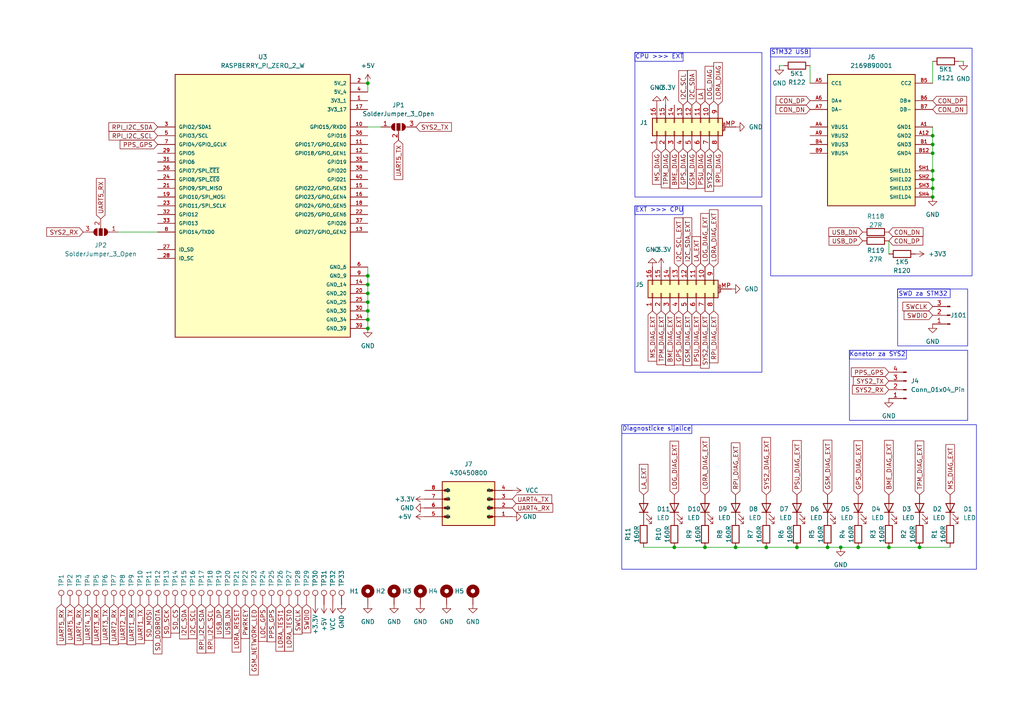
<source format=kicad_sch>
(kicad_sch (version 20250114) (generator "eeschema") (generator_version "9.0")
  (paper "A4")
  (title_block (title "ELEKvadar 2 - Sistem 1") (date "2025-05-30") (rev "0.0.1") (company "Seminar Elektronike u Istazivackoj stanici Petnica"))
  (rectangle (start 184.15 59.69) (end 220.98 107.95))
  (rectangle (start 184.15 15.24) (end 198.12 17.78))
  (rectangle (start 180.34 123.19) (end 200.66 125.73))
  (rectangle (start 260.35 83.82) (end 280.67 100.33))
  (rectangle (start 223.52 13.97) (end 281.94 80.01))
  (rectangle (start 223.52 13.97) (end 234.95 16.51))
  (rectangle (start 184.15 59.69) (end 198.12 62.23))
  (rectangle (start 180.34 123.19) (end 283.21 165.1))
  (rectangle (start 246.38 101.6) (end 262.89 104.14))
  (rectangle (start 246.38 101.6) (end 280.67 121.92))
  (rectangle (start 184.15 15.24) (end 220.98 57.15))
  (rectangle (start 260.35 83.82) (end 275.59 86.36))
  (text "SWD za STM32" (at 267.716 85.344 0) (effects (font (size 1.27 1.27))))
  (text "CPU >>> EXT" (at 191.262 16.51 0) (effects (font (size 1.27 1.27))))
  (text "Konetor za SYS2" (at 254.508 102.87 0) (effects (font (size 1.27 1.27))))
  (text "STM32 USB\n" (at 229.108 15.24 0) (effects (font (size 1.27 1.27))))
  (text "EXT >>> CPU" (at 191.262 60.96 0) (effects (font (size 1.27 1.27))))
  (text "Diagnosticke sijalice" (at 190.5 124.46 0) (effects (font (size 1.27 1.27))))
  (junction (at 106.68 92.71))
  (junction (at 204.47 158.75))
  (junction (at 270.51 49.53))
  (junction (at 106.68 90.17))
  (junction (at 222.25 158.75))
  (junction (at 240.03 158.75))
  (junction (at 266.7 158.75))
  (junction (at 106.68 82.55))
  (junction (at 270.51 41.91))
  (junction (at 248.92 158.75))
  (junction (at 195.58 158.75))
  (junction (at 243.84 158.75))
  (junction (at 270.51 52.07))
  (junction (at 270.51 39.37))
  (junction (at 270.51 44.45))
  (junction (at 106.68 24.13))
  (junction (at 106.68 87.63))
  (junction (at 231.14 158.75))
  (junction (at 257.81 158.75))
  (junction (at 106.68 95.25))
  (junction (at 106.68 80.01))
  (junction (at 270.51 57.15))
  (junction (at 213.36 158.75))
  (junction (at 270.51 54.61))
  (junction (at 106.68 85.09))
  (wire (pts (xy 195.58 158.75) (xy 204.47 158.75)))
  (wire (pts (xy 257.81 158.75) (xy 266.7 158.75)))
  (wire (pts (xy 106.68 80.01) (xy 106.68 82.55)))
  (wire (pts (xy 270.51 36.83) (xy 270.51 39.37)))
  (wire (pts (xy 257.81 69.85) (xy 257.81 73.66)))
  (wire (pts (xy 248.92 158.75) (xy 257.81 158.75)))
  (wire (pts (xy 34.29 67.31) (xy 45.72 67.31)))
  (wire (pts (xy 204.47 158.75) (xy 213.36 158.75)))
  (wire (pts (xy 270.51 54.61) (xy 270.51 57.15)))
  (wire (pts (xy 106.68 77.47) (xy 106.68 80.01)))
  (wire (pts (xy 240.03 158.75) (xy 243.84 158.75)))
  (wire (pts (xy 213.36 158.75) (xy 222.25 158.75)))
  (wire (pts (xy 270.51 52.07) (xy 270.51 54.61)))
  (wire (pts (xy 106.68 87.63) (xy 106.68 90.17)))
  (wire (pts (xy 231.14 158.75) (xy 240.03 158.75)))
  (wire (pts (xy 222.25 158.75) (xy 231.14 158.75)))
  (wire (pts (xy 186.69 158.75) (xy 195.58 158.75)))
  (wire (pts (xy 106.68 82.55) (xy 106.68 85.09)))
  (wire (pts (xy 278.13 17.78) (xy 279.4 17.78)))
  (wire (pts (xy 106.68 24.13) (xy 106.68 26.67)))
  (wire (pts (xy 106.68 92.71) (xy 106.68 95.25)))
  (wire (pts (xy 234.95 19.05) (xy 234.95 24.13)))
  (wire (pts (xy 106.68 90.17) (xy 106.68 92.71)))
  (wire (pts (xy 270.51 17.78) (xy 270.51 24.13)))
  (wire (pts (xy 270.51 41.91) (xy 270.51 44.45)))
  (wire (pts (xy 106.68 36.83) (xy 110.49 36.83)))
  (wire (pts (xy 270.51 44.45) (xy 270.51 49.53)))
  (wire (pts (xy 270.51 39.37) (xy 270.51 41.91)))
  (wire (pts (xy 270.51 49.53) (xy 270.51 52.07)))
  (wire (pts (xy 106.68 85.09) (xy 106.68 87.63)))
  (wire (pts (xy 226.06 19.05) (xy 227.33 19.05)))
  (wire (pts (xy 266.7 158.75) (xy 275.59 158.75)))
  (wire (pts (xy 243.84 158.75) (xy 248.92 158.75)))
  (global_label "RPI_I2C_SDA" (shape input) (at 58.42 175.26 270) (property "Intersheetrefs" "${INTERSHEET_REFS}" (effects (hide yes))))
  (global_label "LOC_GPS" (shape input) (at 76.2 175.26 270) (property "Intersheetrefs" "${INTERSHEET_REFS}" (effects (hide yes))))
  (global_label "SWDIO" (shape input) (at 270.51 91.44 180) (property "Intersheetrefs" "${INTERSHEET_REFS}" (effects (hide yes))))
  (global_label "PSU_DIAG_EXT" (shape input) (at 231.14 143.51 90) (property "Intersheetrefs" "${INTERSHEET_REFS}" (effects (hide yes))))
  (global_label "LOG_DIAG_EXT" (shape input) (at 204.47 77.47 90) (property "Intersheetrefs" "${INTERSHEET_REFS}" (effects (hide yes))))
  (global_label "UART4_TX" (shape input) (at 25.4 175.26 270) (property "Intersheetrefs" "${INTERSHEET_REFS}" (effects (hide yes))))
  (global_label "GPS_DIAG_EXT" (shape input) (at 248.92 143.51 90) (property "Intersheetrefs" "${INTERSHEET_REFS}" (effects (hide yes))))
  (global_label "SD_SCK" (shape input) (at 48.26 175.26 270) (property "Intersheetrefs" "${INTERSHEET_REFS}" (effects (hide yes))))
  (global_label "PWRKEY" (shape input) (at 71.12 175.26 270) (property "Intersheetrefs" "${INTERSHEET_REFS}" (effects (hide yes))))
  (global_label "SWDIO" (shape input) (at 88.9 175.26 270) (property "Intersheetrefs" "${INTERSHEET_REFS}" (effects (hide yes))))
  (global_label "LA_EXT" (shape input) (at 186.69 143.51 90) (property "Intersheetrefs" "${INTERSHEET_REFS}" (effects (hide yes))))
  (global_label "LOG_DIAG" (shape input) (at 205.74 30.48 90) (property "Intersheetrefs" "${INTERSHEET_REFS}" (effects (hide yes))))
  (global_label "UART5_RX" (shape input) (at 17.78 175.26 270) (property "Intersheetrefs" "${INTERSHEET_REFS}" (effects (hide yes))))
  (global_label "LOG_DIAG_EXT" (shape input) (at 195.58 143.51 90) (property "Intersheetrefs" "${INTERSHEET_REFS}" (effects (hide yes))))
  (global_label "UART3_TX" (shape input) (at 30.48 175.26 270) (property "Intersheetrefs" "${INTERSHEET_REFS}" (effects (hide yes))))
  (global_label "MS_DIAG" (shape input) (at 190.5 43.18 270) (property "Intersheetrefs" "${INTERSHEET_REFS}" (effects (hide yes))))
  (global_label "LORA_DIAG_EXT" (shape input) (at 207.01 77.47 90) (property "Intersheetrefs" "${INTERSHEET_REFS}" (effects (hide yes))))
  (global_label "SYS2_RX" (shape input) (at 24.13 67.31 180) (property "Intersheetrefs" "${INTERSHEET_REFS}" (effects (hide yes))))
  (global_label "LA_EXT" (shape input) (at 201.93 77.47 90) (property "Intersheetrefs" "${INTERSHEET_REFS}" (effects (hide yes))))
  (global_label "SWCLK" (shape input) (at 86.36 175.26 270) (property "Intersheetrefs" "${INTERSHEET_REFS}" (effects (hide yes))))
  (global_label "PPS_GPS" (shape input) (at 257.81 107.95 180) (property "Intersheetrefs" "${INTERSHEET_REFS}" (effects (hide yes))))
  (global_label "SYS2_TX" (shape input) (at 257.81 110.49 180) (property "Intersheetrefs" "${INTERSHEET_REFS}" (effects (hide yes))))
  (global_label "I2C_SCL" (shape input) (at 55.88 175.26 270) (property "Intersheetrefs" "${INTERSHEET_REFS}" (effects (hide yes))))
  (global_label "PPS_GPS" (shape input) (at 78.74 175.26 270) (property "Intersheetrefs" "${INTERSHEET_REFS}" (effects (hide yes))))
  (global_label "I2C_SDA" (shape input) (at 53.34 175.26 270) (property "Intersheetrefs" "${INTERSHEET_REFS}" (effects (hide yes))))
  (global_label "RPI_DIAG_EXT" (shape input) (at 207.01 90.17 270) (property "Intersheetrefs" "${INTERSHEET_REFS}" (effects (hide yes))))
  (global_label "UART1_TX" (shape input) (at 40.64 175.26 270) (property "Intersheetrefs" "${INTERSHEET_REFS}" (effects (hide yes))))
  (global_label "USB_DP" (shape input) (at 63.5 175.26 270) (property "Intersheetrefs" "${INTERSHEET_REFS}" (effects (hide yes))))
  (global_label "RPI_DIAG_EXT" (shape input) (at 213.36 143.51 90) (property "Intersheetrefs" "${INTERSHEET_REFS}" (effects (hide yes))))
  (global_label "GSM_DIAG_EXT" (shape input) (at 240.03 143.51 90) (property "Intersheetrefs" "${INTERSHEET_REFS}" (effects (hide yes))))
  (global_label "UART2_RX" (shape input) (at 33.02 175.26 270) (property "Intersheetrefs" "${INTERSHEET_REFS}" (effects (hide yes))))
  (global_label "RPI_DIAG" (shape input) (at 208.28 43.18 270) (property "Intersheetrefs" "${INTERSHEET_REFS}" (effects (hide yes))))
  (global_label "CON_DP" (shape input) (at 234.95 29.21 180) (property "Intersheetrefs" "${INTERSHEET_REFS}" (effects (hide yes))))
  (global_label "I2C_SCL" (shape input) (at 198.12 30.48 90) (property "Intersheetrefs" "${INTERSHEET_REFS}" (effects (hide yes))))
  (global_label "CON_DP" (shape input) (at 257.81 69.85 0) (property "Intersheetrefs" "${INTERSHEET_REFS}" (effects (hide yes))))
  (global_label "SD_CS" (shape input) (at 50.8 175.26 270) (property "Intersheetrefs" "${INTERSHEET_REFS}" (effects (hide yes))))
  (global_label "SD_DOBROTA" (shape input) (at 45.72 175.26 270) (property "Intersheetrefs" "${INTERSHEET_REFS}" (effects (hide yes))))
  (global_label "UART1_RX" (shape input) (at 38.1 175.26 270) (property "Intersheetrefs" "${INTERSHEET_REFS}" (effects (hide yes))))
  (global_label "PPS_GPS" (shape input) (at 45.72 41.91 180) (property "Intersheetrefs" "${INTERSHEET_REFS}" (effects (hide yes))))
  (global_label "SYS2_DIAG_EXT" (shape input) (at 204.47 90.17 270) (property "Intersheetrefs" "${INTERSHEET_REFS}" (effects (hide yes))))
  (global_label "USB_DP" (shape input) (at 250.19 69.85 180) (property "Intersheetrefs" "${INTERSHEET_REFS}" (effects (hide yes))))
  (global_label "LORA_RESET" (shape input) (at 68.58 175.26 270) (property "Intersheetrefs" "${INTERSHEET_REFS}" (effects (hide yes))))
  (global_label "SYS2_DIAG_EXT" (shape input) (at 222.25 143.51 90) (property "Intersheetrefs" "${INTERSHEET_REFS}" (effects (hide yes))))
  (global_label "CON_DN" (shape input) (at 270.51 31.75 0) (property "Intersheetrefs" "${INTERSHEET_REFS}" (effects (hide yes))))
  (global_label "CON_DN" (shape input) (at 257.81 67.31 0) (property "Intersheetrefs" "${INTERSHEET_REFS}" (effects (hide yes))))
  (global_label "BME_DIAG_EXT" (shape input) (at 257.81 143.51 90) (property "Intersheetrefs" "${INTERSHEET_REFS}" (effects (hide yes))))
  (global_label "GPS_DIAG" (shape input) (at 198.12 43.18 270) (property "Intersheetrefs" "${INTERSHEET_REFS}" (effects (hide yes))))
  (global_label "TPM_DIAG" (shape input) (at 193.04 43.18 270) (property "Intersheetrefs" "${INTERSHEET_REFS}" (effects (hide yes))))
  (global_label "GSM_DIAG_EXT" (shape input) (at 199.39 90.17 270) (property "Intersheetrefs" "${INTERSHEET_REFS}" (effects (hide yes))))
  (global_label "UART5_TX" (shape input) (at 115.57 40.64 270) (property "Intersheetrefs" "${INTERSHEET_REFS}" (effects (hide yes))))
  (global_label "I2C_SCL_EXT" (shape input) (at 196.85 77.47 90) (property "Intersheetrefs" "${INTERSHEET_REFS}" (effects (hide yes))))
  (global_label "LA" (shape input) (at 203.2 30.48 90) (property "Intersheetrefs" "${INTERSHEET_REFS}" (effects (hide yes))))
  (global_label "UART5_TX" (shape input) (at 20.32 175.26 270) (property "Intersheetrefs" "${INTERSHEET_REFS}" (effects (hide yes))))
  (global_label "MS_DIAG_EXT" (shape input) (at 275.59 143.51 90) (property "Intersheetrefs" "${INTERSHEET_REFS}" (effects (hide yes))))
  (global_label "UART5_RX" (shape input) (at 29.21 63.5 90) (property "Intersheetrefs" "${INTERSHEET_REFS}" (effects (hide yes))))
  (global_label "SYS2_TX" (shape input) (at 120.65 36.83 0) (property "Intersheetrefs" "${INTERSHEET_REFS}" (effects (hide yes))))
  (global_label "MS_DIAG_EXT" (shape input) (at 189.23 90.17 270) (property "Intersheetrefs" "${INTERSHEET_REFS}" (effects (hide yes))))
  (global_label "BME_DIAG" (shape input) (at 195.58 43.18 270) (property "Intersheetrefs" "${INTERSHEET_REFS}" (effects (hide yes))))
  (global_label "CON_DN" (shape input) (at 234.95 31.75 180) (property "Intersheetrefs" "${INTERSHEET_REFS}" (effects (hide yes))))
  (global_label "SYS2_RX" (shape input) (at 257.81 113.03 180) (property "Intersheetrefs" "${INTERSHEET_REFS}" (effects (hide yes))))
  (global_label "GPS_DIAG_EXT" (shape input) (at 196.85 90.17 270) (property "Intersheetrefs" "${INTERSHEET_REFS}" (effects (hide yes))))
  (global_label "UART4_RX" (shape input) (at 148.59 147.32 0) (property "Intersheetrefs" "${INTERSHEET_REFS}" (effects (hide yes))))
  (global_label "GSM_NETWORK_LED" (shape input) (at 73.66 175.26 270) (property "Intersheetrefs" "${INTERSHEET_REFS}" (effects (hide yes))))
  (global_label "TPM_DIAG_EXT" (shape input) (at 191.77 90.17 270) (property "Intersheetrefs" "${INTERSHEET_REFS}" (effects (hide yes))))
  (global_label "GSM_DIAG" (shape input) (at 200.66 43.18 270) (property "Intersheetrefs" "${INTERSHEET_REFS}" (effects (hide yes))))
  (global_label "BME_DIAG_EXT" (shape input) (at 194.31 90.17 270) (property "Intersheetrefs" "${INTERSHEET_REFS}" (effects (hide yes))))
  (global_label "I2C_SDA" (shape input) (at 200.66 30.48 90) (property "Intersheetrefs" "${INTERSHEET_REFS}" (effects (hide yes))))
  (global_label "USB_DN" (shape input) (at 66.04 175.26 270) (property "Intersheetrefs" "${INTERSHEET_REFS}" (effects (hide yes))))
  (global_label "LORA_DIAG_EXT" (shape input) (at 204.47 143.51 90) (property "Intersheetrefs" "${INTERSHEET_REFS}" (effects (hide yes))))
  (global_label "USB_DN" (shape input) (at 250.19 67.31 180) (property "Intersheetrefs" "${INTERSHEET_REFS}" (effects (hide yes))))
  (global_label "RPI_I2C_SCL" (shape input) (at 45.72 39.37 180) (property "Intersheetrefs" "${INTERSHEET_REFS}" (effects (hide yes))))
  (global_label "UART4_TX" (shape input) (at 148.59 144.78 0) (property "Intersheetrefs" "${INTERSHEET_REFS}" (effects (hide yes))))
  (global_label "UART2_TX" (shape input) (at 35.56 175.26 270) (property "Intersheetrefs" "${INTERSHEET_REFS}" (effects (hide yes))))
  (global_label "LORA_DIAG" (shape input) (at 208.28 30.48 90) (property "Intersheetrefs" "${INTERSHEET_REFS}" (effects (hide yes))))
  (global_label "LORA_TEST1" (shape input) (at 81.28 175.26 270) (property "Intersheetrefs" "${INTERSHEET_REFS}" (effects (hide yes))))
  (global_label "SWCLK" (shape input) (at 270.51 88.9 180) (property "Intersheetrefs" "${INTERSHEET_REFS}" (effects (hide yes))))
  (global_label "I2C_SDA_EXT" (shape input) (at 199.39 77.47 90) (property "Intersheetrefs" "${INTERSHEET_REFS}" (effects (hide yes))))
  (global_label "LORA_TEST0" (shape input) (at 83.82 175.26 270) (property "Intersheetrefs" "${INTERSHEET_REFS}" (effects (hide yes))))
  (global_label "SD_MOSI" (shape input) (at 43.18 175.26 270) (property "Intersheetrefs" "${INTERSHEET_REFS}" (effects (hide yes))))
  (global_label "CON_DP" (shape input) (at 270.51 29.21 0) (property "Intersheetrefs" "${INTERSHEET_REFS}" (effects (hide yes))))
  (global_label "SYS2_DIAG" (shape input) (at 205.74 43.18 270) (property "Intersheetrefs" "${INTERSHEET_REFS}" (effects (hide yes))))
  (global_label "RPI_I2C_SDA" (shape input) (at 45.72 36.83 180) (property "Intersheetrefs" "${INTERSHEET_REFS}" (effects (hide yes))))
  (global_label "TPM_DIAG_EXT" (shape input) (at 266.7 143.51 90) (property "Intersheetrefs" "${INTERSHEET_REFS}" (effects (hide yes))))
  (global_label "PSU_DIAG_EXT" (shape input) (at 201.93 90.17 270) (property "Intersheetrefs" "${INTERSHEET_REFS}" (effects (hide yes))))
  (global_label "RPI_I2C_SCL" (shape input) (at 60.96 175.26 270) (property "Intersheetrefs" "${INTERSHEET_REFS}" (effects (hide yes))))
  (global_label "PSU_DIAG" (shape input) (at 203.2 43.18 270) (property "Intersheetrefs" "${INTERSHEET_REFS}" (effects (hide yes))))
  (global_label "UART4_RX" (shape input) (at 22.86 175.26 270) (property "Intersheetrefs" "${INTERSHEET_REFS}" (effects (hide yes))))
  (global_label "UART3_RX" (shape input) (at 27.94 175.26 270) (property "Intersheetrefs" "${INTERSHEET_REFS}" (effects (hide yes))))
  (symbol (lib_id "Device:LED") (at 266.7 147.32 90) (unit 1)
    (property "Reference" "D2" (at 270.51 147.6374 90) (effects (justify right)))
    (property "Value" "LED" (at 270.51 150.1774 90) (effects (justify right)))
    (property "Footprint" "LED_SMD:LED_1206_3216Metric_Pad1.42x1.75mm_HandSolder" (effects (hide yes)))
    (property "Description" "Light emitting diode" (effects (hide yes)))
    (property "Sim.Pins" "1=K 2=A" (effects (hide yes)))
  )
  (symbol (lib_id "Connector_Generic_MountingPin:Conn_02x08_Counter_Clockwise_MountingPin") (at 196.85 85.09 90) (unit 1)
    (property "Reference" "J5" (at 186.69 82.5499 90) (effects (justify left)))
    (property "Value" "Conn_02x08_Counter_Clockwise_MountingPin" (effects (hide yes)))
    (property "Footprint" "Connector_FFC-FPC:Hirose_FH12-16S-0.5SH_1x16-1MP_P0.50mm_Horizontal" (effects (hide yes)))
    (property "Description" "Generic connectable mounting pin connector, double row, 02x08, counter clockwise pin numbering scheme (similar to DIP package numbering), script generated (kicad-library-utils/schlib/autogen/connector/)" (effects (hide yes)))
  )
  (symbol (lib_id "Device:LED") (at 275.59 147.32 90) (unit 1)
    (property "Reference" "D1" (at 279.4 147.6374 90) (effects (justify right)))
    (property "Value" "LED" (at 279.4 150.1774 90) (effects (justify right)))
    (property "Footprint" "LED_SMD:LED_1206_3216Metric_Pad1.42x1.75mm_HandSolder" (effects (hide yes)))
    (property "Description" "Light emitting diode" (effects (hide yes)))
    (property "Sim.Pins" "1=K 2=A" (effects (hide yes)))
  )
  (symbol (lib_id "2169890001:2169890001") (at 252.73 39.37 0) (unit 1)
    (property "Reference" "J6" (at 252.73 16.51 0))
    (property "Value" "2169890001" (at 252.73 19.05 0))
    (property "Footprint" "USB-C:MOLEX_2169890001" (effects (hide yes)))
    (property "MF" "Molex" (effects (hide yes)))
    (property "OPTION" "MOLEX_CONFIG" (effects (hide yes)))
    (property "Package" "None" (effects (hide yes)))
    (property "Price" "None" (effects (hide yes)))
    (property "Check_prices" "https://www.snapeda.com/parts/2169890001/Molex/view-part/?ref=eda" (effects (hide yes)))
    (property "STANDARD" "Manufacturer Recommendations" (effects (hide yes)))
    (property "PARTREV" "B" (effects (hide yes)))
    (property "SnapEDA_Link" "https://www.snapeda.com/parts/2169890001/Molex/view-part/?ref=snap" (effects (hide yes)))
    (property "MP" "2169890001" (effects (hide yes)))
    (property "Description_1" "USB-C (USB TYPE-C) USB 2.0 Receptacle Connector 24 (14+10 Dummy) Position Through Hole, Right Angle" (effects (hide yes)))
    (property "MANUFACTURER" "Molex" (effects (hide yes)))
    (property "Availability" "In Stock" (effects (hide yes)))
    (property "MAXIMUM_PACKAGE_HEIGHT" "9.04mm" (effects (hide yes)))
  )
  (symbol (lib_id "Connector:TestPoint") (at 55.88 175.26 0) (unit 1)
    (property "Reference" "TP16" (at 55.8799 170.18 90) (effects (justify left)))
    (property "Value" "TestPoint" (effects (hide yes)))
    (property "Footprint" "TestPoint:TestPoint_Pad_D1.0mm" (effects (hide yes)))
    (property "Description" "test point" (effects (hide yes)))
  )
  (symbol (lib_id "power:GND") (at 114.3 175.26 0) (unit 1)
    (property "Reference" "#PWR072" (effects (hide yes)))
    (property "Value" "GND" (at 114.3 180.34 0))
    (property "Description" "Power symbol creates a global label with name \"GND\" , ground" (effects (hide yes)))
  )
  (symbol (lib_id "Device:LED") (at 195.58 147.32 90) (unit 1)
    (property "Reference" "D10" (at 199.39 147.6374 90) (effects (justify right)))
    (property "Value" "LED" (at 199.39 150.1774 90) (effects (justify right)))
    (property "Footprint" "LED_SMD:LED_1206_3216Metric_Pad1.42x1.75mm_HandSolder" (effects (hide yes)))
    (property "Description" "Light emitting diode" (effects (hide yes)))
    (property "Sim.Pins" "1=K 2=A" (effects (hide yes)))
  )
  (symbol (lib_id "power:GND") (at 279.4 17.78 0) (unit 1)
    (property "Reference" "#PWR047" (effects (hide yes)))
    (property "Value" "GND" (at 279.4 22.86 0))
    (property "Description" "Power symbol creates a global label with name \"GND\" , ground" (effects (hide yes)))
  )
  (symbol (lib_id "Device:LED") (at 213.36 147.32 90) (unit 1)
    (property "Reference" "D8" (at 217.17 147.6374 90) (effects (justify right)))
    (property "Value" "LED" (at 217.17 150.1774 90) (effects (justify right)))
    (property "Footprint" "LED_SMD:LED_1206_3216Metric_Pad1.42x1.75mm_HandSolder" (effects (hide yes)))
    (property "Description" "Light emitting diode" (effects (hide yes)))
    (property "Sim.Pins" "1=K 2=A" (effects (hide yes)))
  )
  (symbol (lib_id "Device:LED") (at 222.25 147.32 90) (unit 1)
    (property "Reference" "D7" (at 226.06 147.6374 90) (effects (justify right)))
    (property "Value" "LED" (at 226.06 150.1774 90) (effects (justify right)))
    (property "Footprint" "LED_SMD:LED_1206_3216Metric_Pad1.42x1.75mm_HandSolder" (effects (hide yes)))
    (property "Description" "Light emitting diode" (effects (hide yes)))
    (property "Sim.Pins" "1=K 2=A" (effects (hide yes)))
  )
  (symbol (lib_id "Connector:TestPoint") (at 63.5 175.26 0) (unit 1)
    (property "Reference" "TP19" (at 63.4999 170.18 90) (effects (justify left)))
    (property "Value" "TestPoint" (effects (hide yes)))
    (property "Footprint" "TestPoint:TestPoint_Pad_D1.0mm" (effects (hide yes)))
    (property "Description" "test point" (effects (hide yes)))
  )
  (symbol (lib_id "Device:LED") (at 204.47 147.32 90) (unit 1)
    (property "Reference" "D9" (at 208.28 147.6374 90) (effects (justify right)))
    (property "Value" "LED" (at 208.28 150.1774 90) (effects (justify right)))
    (property "Footprint" "LED_SMD:LED_1206_3216Metric_Pad1.42x1.75mm_HandSolder" (effects (hide yes)))
    (property "Description" "Light emitting diode" (effects (hide yes)))
    (property "Sim.Pins" "1=K 2=A" (effects (hide yes)))
  )
  (symbol (lib_id "power:GND") (at 257.81 115.57 0) (unit 1)
    (property "Reference" "#PWR054" (effects (hide yes)))
    (property "Value" "GND" (at 257.81 120.65 0))
    (property "Description" "Power symbol creates a global label with name \"GND\" , ground" (effects (hide yes)))
  )
  (symbol (lib_id "Device:R") (at 254 69.85 90) (unit 1)
    (property "Reference" "R119" (at 254 72.644 90))
    (property "Value" "27R" (at 254 75.184 90))
    (property "Footprint" "Resistor_SMD:R_1206_3216Metric_Pad1.30x1.75mm_HandSolder" (effects (hide yes)))
    (property "Description" "Resistor" (effects (hide yes)))
  )
  (symbol (lib_id "power:GND") (at 189.23 77.47 180) (unit 1)
    (property "Reference" "#PWR068" (effects (hide yes)))
    (property "Value" "GND" (at 189.23 72.39 0))
    (property "Description" "Power symbol creates a global label with name \"GND\" , ground" (effects (hide yes)))
  )
  (symbol (lib_id "Device:R") (at 204.47 154.94 0) (unit 1)
    (property "Reference" "R9" (at 199.898 154.94 90))
    (property "Value" "160R" (at 202.438 154.94 90))
    (property "Footprint" "Resistor_SMD:R_1206_3216Metric_Pad1.30x1.75mm_HandSolder" (effects (hide yes)))
    (property "Description" "Resistor" (effects (hide yes)))
  )
  (symbol (lib_id "Connector:TestPoint") (at 27.94 175.26 0) (unit 1)
    (property "Reference" "TP5" (at 27.9399 170.18 90) (effects (justify left)))
    (property "Value" "TestPoint" (effects (hide yes)))
    (property "Footprint" "TestPoint:TestPoint_Pad_D1.0mm" (effects (hide yes)))
    (property "Description" "test point" (effects (hide yes)))
  )
  (symbol (lib_id "power:+3.3V") (at 91.44 175.26 180) (unit 1)
    (property "Reference" "#PWR077" (effects (hide yes)))
    (property "Value" "+3.3V" (at 91.44 181.102 90))
    (property "Description" "Power symbol creates a global label with name \"+3.3V\"" (effects (hide yes)))
  )
  (symbol (lib_id "power:GND") (at 121.92 175.26 0) (unit 1)
    (property "Reference" "#PWR073" (effects (hide yes)))
    (property "Value" "GND" (at 121.92 180.34 0))
    (property "Description" "Power symbol creates a global label with name \"GND\" , ground" (effects (hide yes)))
  )
  (symbol (lib_id "Connector:TestPoint") (at 38.1 175.26 0) (unit 1)
    (property "Reference" "TP9" (at 38.0999 170.18 90) (effects (justify left)))
    (property "Value" "TestPoint" (effects (hide yes)))
    (property "Footprint" "TestPoint:TestPoint_Pad_D1.0mm" (effects (hide yes)))
    (property "Description" "test point" (effects (hide yes)))
  )
  (symbol (lib_id "Connector:TestPoint") (at 83.82 175.26 0) (unit 1)
    (property "Reference" "TP27" (at 83.8199 170.18 90) (effects (justify left)))
    (property "Value" "TestPoint" (effects (hide yes)))
    (property "Footprint" "TestPoint:TestPoint_Pad_D1.0mm" (effects (hide yes)))
    (property "Description" "test point" (effects (hide yes)))
  )
  (symbol (lib_id "power:GND") (at 270.51 93.98 0) (unit 1)
    (property "Reference" "#PWR016" (effects (hide yes)))
    (property "Value" "GND" (at 270.51 99.06 0))
    (property "Description" "Power symbol creates a global label with name \"GND\" , ground" (effects (hide yes)))
  )
  (symbol (lib_id "Device:R") (at 231.14 19.05 270) (unit 1)
    (property "Reference" "R122" (at 231.14 23.876 90))
    (property "Value" "5K1" (at 231.14 21.336 90))
    (property "Footprint" "Resistor_SMD:R_1206_3216Metric_Pad1.30x1.75mm_HandSolder" (effects (hide yes)))
    (property "Description" "Resistor" (effects (hide yes)))
  )
  (symbol (lib_id "Connector:TestPoint") (at 43.18 175.26 0) (unit 1)
    (property "Reference" "TP11" (at 43.1799 170.18 90) (effects (justify left)))
    (property "Value" "TestPoint" (effects (hide yes)))
    (property "Footprint" "TestPoint:TestPoint_Pad_D1.0mm" (effects (hide yes)))
    (property "Description" "test point" (effects (hide yes)))
  )
  (symbol (lib_id "430450800:430450800") (at 135.89 144.78 180) (unit 1)
    (property "Reference" "J7" (at 135.89 134.62 0))
    (property "Value" "430450800" (at 135.89 137.16 0))
    (property "Footprint" "430450800:MOLEX_430450800" (effects (hide yes)))
    (property "MF" "Molex" (effects (hide yes)))
    (property "MAXIMUM_PACKAGE_HEIGHT" "8.77mm" (effects (hide yes)))
    (property "Package" "None" (effects (hide yes)))
    (property "Price" "None" (effects (hide yes)))
    (property "Check_prices" "https://www.snapeda.com/parts/0430450800/Molex/view-part/?ref=eda" (effects (hide yes)))
    (property "STANDARD" "Manufacturer Recommendations" (effects (hide yes)))
    (property "PARTREV" "G" (effects (hide yes)))
    (property "SnapEDA_Link" "https://www.snapeda.com/parts/0430450800/Molex/view-part/?ref=snap" (effects (hide yes)))
    (property "MP" "0430450800" (effects (hide yes)))
    (property "Description_1" "Micro-fit 3.0 Connector, 8 Circuit Dual Row, Right Angle Throughhole PCB, Snap-In Peg" (effects (hide yes)))
    (property "Availability" "In Stock" (effects (hide yes)))
    (property "MANUFACTURER" "Molex" (effects (hide yes)))
  )
  (symbol (lib_id "Jumper:SolderJumper_3_Open") (at 115.57 36.83 0) (unit 1) (in_bom no)
    (property "Reference" "JP1" (at 115.57 30.48 0))
    (property "Value" "SolderJumper_3_Open" (at 115.57 33.02 0))
    (property "Footprint" "Jumper:SolderJumper-3_P1.3mm_Open_RoundedPad1.0x1.5mm" (effects (hide yes)))
    (property "Description" "Solder Jumper, 3-pole, open" (effects (hide yes)))
  )
  (symbol (lib_id "power:GND") (at 226.06 19.05 0) (unit 1)
    (property "Reference" "#PWR050" (effects (hide yes)))
    (property "Value" "GND" (at 226.06 24.13 0))
    (property "Description" "Power symbol creates a global label with name \"GND\" , ground" (effects (hide yes)))
  )
  (symbol (lib_id "Connector:TestPoint") (at 58.42 175.26 0) (unit 1)
    (property "Reference" "TP17" (at 58.4199 170.18 90) (effects (justify left)))
    (property "Value" "TestPoint" (effects (hide yes)))
    (property "Footprint" "TestPoint:TestPoint_Pad_D1.0mm" (effects (hide yes)))
    (property "Description" "test point" (effects (hide yes)))
  )
  (symbol (lib_id "power:GND") (at 213.36 36.83 90) (unit 1)
    (property "Reference" "#PWR065" (effects (hide yes)))
    (property "Value" "GND" (at 217.17 36.8299 90) (effects (justify right)))
    (property "Description" "Power symbol creates a global label with name \"GND\" , ground" (effects (hide yes)))
  )
  (symbol (lib_id "Connector:TestPoint") (at 99.06 175.26 0) (unit 1)
    (property "Reference" "TP33" (at 99.0599 170.18 90) (effects (justify left)))
    (property "Value" "TestPoint" (effects (hide yes)))
    (property "Footprint" "TestPoint:TestPoint_Pad_D1.0mm" (effects (hide yes)))
    (property "Description" "test point" (effects (hide yes)))
  )
  (symbol (lib_id "power:GND") (at 137.16 175.26 0) (unit 1)
    (property "Reference" "#PWR071" (effects (hide yes)))
    (property "Value" "GND" (at 137.16 180.34 0))
    (property "Description" "Power symbol creates a global label with name \"GND\" , ground" (effects (hide yes)))
  )
  (symbol (lib_id "Jumper:SolderJumper_3_Open") (at 29.21 67.31 180) (unit 1) (in_bom no)
    (property "Reference" "JP2" (at 29.21 71.12 0))
    (property "Value" "SolderJumper_3_Open" (at 29.21 73.66 0))
    (property "Footprint" "Jumper:SolderJumper-3_P1.3mm_Open_RoundedPad1.0x1.5mm" (effects (hide yes)))
    (property "Description" "Solder Jumper, 3-pole, open" (effects (hide yes)))
  )
  (symbol (lib_id "power:GND") (at 243.84 158.75 0) (unit 1)
    (property "Reference" "#PWR053" (effects (hide yes)))
    (property "Value" "GND" (at 243.84 163.83 0))
    (property "Description" "Power symbol creates a global label with name \"GND\" , ground" (effects (hide yes)))
  )
  (symbol (lib_id "Device:R") (at 274.32 17.78 270) (unit 1)
    (property "Reference" "R121" (at 274.32 22.606 90))
    (property "Value" "5K1" (at 274.32 20.066 90))
    (property "Footprint" "Resistor_SMD:R_1206_3216Metric_Pad1.30x1.75mm_HandSolder" (effects (hide yes)))
    (property "Description" "Resistor" (effects (hide yes)))
  )
  (symbol (lib_id "Connector:TestPoint") (at 93.98 175.26 0) (unit 1)
    (property "Reference" "TP31" (at 93.9799 170.18 90) (effects (justify left)))
    (property "Value" "TestPoint" (effects (hide yes)))
    (property "Footprint" "TestPoint:TestPoint_Pad_D1.0mm" (effects (hide yes)))
    (property "Description" "test point" (effects (hide yes)))
  )
  (symbol (lib_id "power:+3.3V") (at 123.19 144.78 90) (unit 1)
    (property "Reference" "#PWR084" (effects (hide yes)))
    (property "Value" "+3.3V" (at 117.348 144.78 90))
    (property "Description" "Power symbol creates a global label with name \"+3.3V\"" (effects (hide yes)))
  )
  (symbol (lib_id "Device:R") (at 186.69 154.94 0) (unit 1)
    (property "Reference" "R11" (at 182.118 154.94 90))
    (property "Value" "160R" (at 184.658 154.94 90))
    (property "Footprint" "Resistor_SMD:R_1206_3216Metric_Pad1.30x1.75mm_HandSolder" (effects (hide yes)))
    (property "Description" "Resistor" (effects (hide yes)))
  )
  (symbol (lib_id "power:+3.3V") (at 191.77 77.47 0) (unit 1)
    (property "Reference" "#PWR067" (effects (hide yes)))
    (property "Value" "+3.3V" (at 191.77 72.39 0))
    (property "Description" "Power symbol creates a global label with name \"+3.3V\"" (effects (hide yes)))
  )
  (symbol (lib_id "Mechanical:MountingHole_Pad") (at 129.54 172.72 0) (unit 1) (in_bom no)
    (property "Reference" "H4" (at 127 171.4501 0) (effects (justify right)))
    (property "Value" "MountingHole_Pad" (effects (hide yes)))
    (property "Footprint" "MountingHole:MountingHole_3.2mm_M3_DIN965_Pad_TopBottom" (effects (hide yes)))
    (property "Description" "Mounting Hole with connection" (effects (hide yes)))
  )
  (symbol (lib_id "Device:LED") (at 257.81 147.32 90) (unit 1)
    (property "Reference" "D3" (at 261.62 147.6374 90) (effects (justify right)))
    (property "Value" "LED" (at 261.62 150.1774 90) (effects (justify right)))
    (property "Footprint" "LED_SMD:LED_1206_3216Metric_Pad1.42x1.75mm_HandSolder" (effects (hide yes)))
    (property "Description" "Light emitting diode" (effects (hide yes)))
    (property "Sim.Pins" "1=K 2=A" (effects (hide yes)))
  )
  (symbol (lib_id "Connector:Conn_01x03_Pin") (at 275.59 91.44 180) (unit 1)
    (property "Reference" "J101" (at 275.59 91.44 0) (effects (justify right)))
    (property "Value" "Conn_01x03_Pin" (effects (hide yes)))
    (property "Footprint" "Connector_PinHeader_2.54mm:PinHeader_1x03_P2.54mm_Vertical" (effects (hide yes)))
    (property "Description" "Generic connector, single row, 01x03, script generated" (effects (hide yes)))
  )
  (symbol (lib_id "Device:R") (at 222.25 154.94 0) (unit 1)
    (property "Reference" "R7" (at 217.678 154.94 90))
    (property "Value" "160R" (at 220.218 154.94 90))
    (property "Footprint" "Resistor_SMD:R_1206_3216Metric_Pad1.30x1.75mm_HandSolder" (effects (hide yes)))
    (property "Description" "Resistor" (effects (hide yes)))
  )
  (symbol (lib_id "Connector:TestPoint") (at 66.04 175.26 0) (unit 1)
    (property "Reference" "TP20" (at 66.0399 170.18 90) (effects (justify left)))
    (property "Value" "TestPoint" (effects (hide yes)))
    (property "Footprint" "TestPoint:TestPoint_Pad_D1.0mm" (effects (hide yes)))
    (property "Description" "test point" (effects (hide yes)))
  )
  (symbol (lib_id "Mechanical:MountingHole_Pad") (at 106.68 172.72 0) (unit 1) (in_bom no)
    (property "Reference" "H1" (at 104.14 171.4501 0) (effects (justify right)))
    (property "Value" "MountingHole_Pad" (effects (hide yes)))
    (property "Footprint" "MountingHole:MountingHole_3.2mm_M3_DIN965_Pad_TopBottom" (effects (hide yes)))
    (property "Description" "Mounting Hole with connection" (effects (hide yes)))
  )
  (symbol (lib_id "Mechanical:MountingHole_Pad") (at 137.16 172.72 0) (unit 1) (in_bom no)
    (property "Reference" "H5" (at 134.62 171.45 0) (effects (justify right)))
    (property "Value" "MountingHole_Pad" (effects (hide yes)))
    (property "Footprint" "MountingHole:MountingHole_3.2mm_M3_DIN965_Pad_TopBottom" (effects (hide yes)))
    (property "Description" "Mounting Hole with connection" (effects (hide yes)))
  )
  (symbol (lib_id "Connector:TestPoint") (at 73.66 175.26 0) (unit 1)
    (property "Reference" "TP23" (at 73.6599 170.18 90) (effects (justify left)))
    (property "Value" "TestPoint" (effects (hide yes)))
    (property "Footprint" "TestPoint:TestPoint_Pad_D1.0mm" (effects (hide yes)))
    (property "Description" "test point" (effects (hide yes)))
  )
  (symbol (lib_id "Connector:TestPoint") (at 35.56 175.26 0) (unit 1)
    (property "Reference" "TP8" (at 35.5599 170.18 90) (effects (justify left)))
    (property "Value" "TestPoint" (effects (hide yes)))
    (property "Footprint" "TestPoint:TestPoint_Pad_D1.0mm" (effects (hide yes)))
    (property "Description" "test point" (effects (hide yes)))
  )
  (symbol (lib_id "Connector:TestPoint") (at 91.44 175.26 0) (unit 1)
    (property "Reference" "TP30" (at 91.4399 170.18 90) (effects (justify left)))
    (property "Value" "TestPoint" (effects (hide yes)))
    (property "Footprint" "TestPoint:TestPoint_Pad_D1.0mm" (effects (hide yes)))
    (property "Description" "test point" (effects (hide yes)))
  )
  (symbol (lib_id "Device:LED") (at 186.69 147.32 90) (unit 1)
    (property "Reference" "D11" (at 190.5 147.6374 90) (effects (justify right)))
    (property "Value" "LED" (at 190.5 150.1774 90) (effects (justify right)))
    (property "Footprint" "LED_SMD:LED_1206_3216Metric_Pad1.42x1.75mm_HandSolder" (effects (hide yes)))
    (property "Description" "Light emitting diode" (effects (hide yes)))
    (property "Sim.Pins" "1=K 2=A" (effects (hide yes)))
  )
  (symbol (lib_id "Connector:TestPoint") (at 96.52 175.26 0) (unit 1)
    (property "Reference" "TP32" (at 96.5199 170.18 90) (effects (justify left)))
    (property "Value" "TestPoint" (effects (hide yes)))
    (property "Footprint" "TestPoint:TestPoint_Pad_D1.0mm" (effects (hide yes)))
    (property "Description" "test point" (effects (hide yes)))
  )
  (symbol (lib_id "Device:R") (at 213.36 154.94 0) (unit 1)
    (property "Reference" "R8" (at 208.788 154.94 90))
    (property "Value" "160R" (at 211.328 154.94 90))
    (property "Footprint" "Resistor_SMD:R_1206_3216Metric_Pad1.30x1.75mm_HandSolder" (effects (hide yes)))
    (property "Description" "Resistor" (effects (hide yes)))
  )
  (symbol (lib_id "Mechanical:MountingHole_Pad") (at 121.92 172.72 0) (unit 1) (in_bom no)
    (property "Reference" "H3" (at 119.38 171.4501 0) (effects (justify right)))
    (property "Value" "MountingHole_Pad" (effects (hide yes)))
    (property "Footprint" "MountingHole:MountingHole_3.2mm_M3_DIN965_Pad_TopBottom" (effects (hide yes)))
    (property "Description" "Mounting Hole with connection" (effects (hide yes)))
  )
  (symbol (lib_id "Device:R") (at 195.58 154.94 0) (unit 1)
    (property "Reference" "R10" (at 191.008 154.94 90))
    (property "Value" "160R" (at 193.548 154.94 90))
    (property "Footprint" "Resistor_SMD:R_1206_3216Metric_Pad1.30x1.75mm_HandSolder" (effects (hide yes)))
    (property "Description" "Resistor" (effects (hide yes)))
  )
  (symbol (lib_id "Connector:TestPoint") (at 86.36 175.26 0) (unit 1)
    (property "Reference" "TP28" (at 86.3599 170.18 90) (effects (justify left)))
    (property "Value" "TestPoint" (effects (hide yes)))
    (property "Footprint" "TestPoint:TestPoint_Pad_D1.0mm" (effects (hide yes)))
    (property "Description" "test point" (effects (hide yes)))
  )
  (symbol (lib_id "Connector:TestPoint") (at 30.48 175.26 0) (unit 1)
    (property "Reference" "TP6" (at 30.4799 170.18 90) (effects (justify left)))
    (property "Value" "TestPoint" (effects (hide yes)))
    (property "Footprint" "TestPoint:TestPoint_Pad_D1.0mm" (effects (hide yes)))
    (property "Description" "test point" (effects (hide yes)))
  )
  (symbol (lib_id "Connector:TestPoint") (at 20.32 175.26 0) (unit 1)
    (property "Reference" "TP2" (at 20.3199 170.18 90) (effects (justify left)))
    (property "Value" "TestPoint" (effects (hide yes)))
    (property "Footprint" "TestPoint:TestPoint_Pad_D1.0mm" (effects (hide yes)))
    (property "Description" "test point" (effects (hide yes)))
  )
  (symbol (lib_id "Device:R") (at 266.7 154.94 0) (unit 1)
    (property "Reference" "R2" (at 262.128 154.94 90))
    (property "Value" "160R" (at 264.668 154.94 90))
    (property "Footprint" "Resistor_SMD:R_1206_3216Metric_Pad1.30x1.75mm_HandSolder" (effects (hide yes)))
    (property "Description" "Resistor" (effects (hide yes)))
  )
  (symbol (lib_id "Connector:TestPoint") (at 60.96 175.26 0) (unit 1)
    (property "Reference" "TP18" (at 60.9599 170.18 90) (effects (justify left)))
    (property "Value" "TestPoint" (effects (hide yes)))
    (property "Footprint" "TestPoint:TestPoint_Pad_D1.0mm" (effects (hide yes)))
    (property "Description" "test point" (effects (hide yes)))
  )
  (symbol (lib_id "Connector:TestPoint") (at 53.34 175.26 0) (unit 1)
    (property "Reference" "TP15" (at 53.3399 170.18 90) (effects (justify left)))
    (property "Value" "TestPoint" (effects (hide yes)))
    (property "Footprint" "TestPoint:TestPoint_Pad_D1.0mm" (effects (hide yes)))
    (property "Description" "test point" (effects (hide yes)))
  )
  (symbol (lib_id "Device:R") (at 254 67.31 270) (unit 1)
    (property "Reference" "R118" (at 254 62.738 90))
    (property "Value" "27R" (at 254 65.278 90))
    (property "Footprint" "Resistor_SMD:R_1206_3216Metric_Pad1.30x1.75mm_HandSolder" (effects (hide yes)))
    (property "Description" "Resistor" (effects (hide yes)))
  )
  (symbol (lib_id "Connector:TestPoint") (at 88.9 175.26 0) (unit 1)
    (property "Reference" "TP29" (at 88.8999 170.18 90) (effects (justify left)))
    (property "Value" "TestPoint" (effects (hide yes)))
    (property "Footprint" "TestPoint:TestPoint_Pad_D1.0mm" (effects (hide yes)))
    (property "Description" "test point" (effects (hide yes)))
  )
  (symbol (lib_id "Device:R") (at 231.14 154.94 0) (unit 1)
    (property "Reference" "R6" (at 226.568 154.94 90))
    (property "Value" "160R" (at 229.108 154.94 90))
    (property "Footprint" "Resistor_SMD:R_1206_3216Metric_Pad1.30x1.75mm_HandSolder" (effects (hide yes)))
    (property "Description" "Resistor" (effects (hide yes)))
  )
  (symbol (lib_id "power:GND") (at 99.06 175.26 0) (unit 1)
    (property "Reference" "#PWR076" (effects (hide yes)))
    (property "Value" "GND" (at 99.06 180.34 90))
    (property "Description" "Power symbol creates a global label with name \"GND\" , ground" (effects (hide yes)))
  )
  (symbol (lib_id "Connector:Conn_01x04_Pin") (at 262.89 113.03 180) (unit 1)
    (property "Reference" "J4" (at 264.16 110.4899 0) (effects (justify right)))
    (property "Value" "Conn_01x04_Pin" (at 264.16 113.0299 0) (effects (justify right)))
    (property "Footprint" "Connector_Molex:Molex_Micro-Fit_3.0_43650-0400_1x04_P3.00mm_Horizontal" (effects (hide yes)))
    (property "Description" "Generic connector, single row, 01x04, script generated" (effects (hide yes)))
  )
  (symbol (lib_id "Connector:TestPoint") (at 45.72 175.26 0) (unit 1)
    (property "Reference" "TP12" (at 45.7199 170.18 90) (effects (justify left)))
    (property "Value" "TestPoint" (effects (hide yes)))
    (property "Footprint" "TestPoint:TestPoint_Pad_D1.0mm" (effects (hide yes)))
    (property "Description" "test point" (effects (hide yes)))
  )
  (symbol (lib_id "power:VCC") (at 148.59 142.24 270) (unit 1)
    (property "Reference" "#PWR080" (effects (hide yes)))
    (property "Value" "VCC" (at 152.4 142.2399 90) (effects (justify left)))
    (property "Description" "Power symbol creates a global label with name \"VCC\"" (effects (hide yes)))
  )
  (symbol (lib_id "power:+5V") (at 123.19 149.86 90) (unit 1)
    (property "Reference" "#PWR081" (effects (hide yes)))
    (property "Value" "+5V" (at 119.38 149.8599 90) (effects (justify left)))
    (property "Description" "Power symbol creates a global label with name \"+5V\"" (effects (hide yes)))
  )
  (symbol (lib_id "power:GND") (at 190.5 30.48 180) (unit 1)
    (property "Reference" "#PWR066" (effects (hide yes)))
    (property "Value" "GND" (at 190.5 25.4 0))
    (property "Description" "Power symbol creates a global label with name \"GND\" , ground" (effects (hide yes)))
  )
  (symbol (lib_id "Connector:TestPoint") (at 81.28 175.26 0) (unit 1)
    (property "Reference" "TP26" (at 81.2799 170.18 90) (effects (justify left)))
    (property "Value" "TestPoint" (effects (hide yes)))
    (property "Footprint" "TestPoint:TestPoint_Pad_D1.0mm" (effects (hide yes)))
    (property "Description" "test point" (effects (hide yes)))
  )
  (symbol (lib_id "power:VCC") (at 96.52 175.26 180) (unit 1)
    (property "Reference" "#PWR079" (effects (hide yes)))
    (property "Value" "VCC" (at 96.5199 179.07 90) (effects (justify left)))
    (property "Description" "Power symbol creates a global label with name \"VCC\"" (effects (hide yes)))
  )
  (symbol (lib_id "power:+5V") (at 93.98 175.26 180) (unit 1)
    (property "Reference" "#PWR078" (effects (hide yes)))
    (property "Value" "+5V" (at 93.9799 179.07 90) (effects (justify left)))
    (property "Description" "Power symbol creates a global label with name \"+5V\"" (effects (hide yes)))
  )
  (symbol (lib_id "Device:LED") (at 248.92 147.32 90) (unit 1)
    (property "Reference" "D4" (at 252.73 147.6374 90) (effects (justify right)))
    (property "Value" "LED" (at 252.73 150.1774 90) (effects (justify right)))
    (property "Footprint" "LED_SMD:LED_1206_3216Metric_Pad1.42x1.75mm_HandSolder" (effects (hide yes)))
    (property "Description" "Light emitting diode" (effects (hide yes)))
    (property "Sim.Pins" "1=K 2=A" (effects (hide yes)))
  )
  (symbol (lib_id "power:GND") (at 148.59 149.86 90) (unit 1)
    (property "Reference" "#PWR083" (effects (hide yes)))
    (property "Value" "GND" (at 153.67 149.86 90))
    (property "Description" "Power symbol creates a global label with name \"GND\" , ground" (effects (hide yes)))
  )
  (symbol (lib_id "power:+3V3") (at 265.43 73.66 270) (unit 1)
    (property "Reference" "#PWR049" (effects (hide yes)))
    (property "Value" "+3V3" (at 269.24 73.6599 90) (effects (justify left)))
    (property "Description" "Power symbol creates a global label with name \"+3V3\"" (effects (hide yes)))
  )
  (symbol (lib_id "Connector:TestPoint") (at 71.12 175.26 0) (unit 1)
    (property "Reference" "TP22" (at 71.1199 170.18 90) (effects (justify left)))
    (property "Value" "TestPoint" (effects (hide yes)))
    (property "Footprint" "TestPoint:TestPoint_Pad_D1.0mm" (effects (hide yes)))
    (property "Description" "test point" (effects (hide yes)))
  )
  (symbol (lib_id "Device:R") (at 257.81 154.94 0) (unit 1)
    (property "Reference" "R3" (at 253.238 154.94 90))
    (property "Value" "160R" (at 255.778 154.94 90))
    (property "Footprint" "Resistor_SMD:R_1206_3216Metric_Pad1.30x1.75mm_HandSolder" (effects (hide yes)))
    (property "Description" "Resistor" (effects (hide yes)))
  )
  (symbol (lib_id "Device:R") (at 248.92 154.94 0) (unit 1)
    (property "Reference" "R4" (at 244.348 154.94 90))
    (property "Value" "160R" (at 246.888 154.94 90))
    (property "Footprint" "Resistor_SMD:R_1206_3216Metric_Pad1.30x1.75mm_HandSolder" (effects (hide yes)))
    (property "Description" "Resistor" (effects (hide yes)))
  )
  (symbol (lib_id "power:GND") (at 270.51 57.15 0) (unit 1)
    (property "Reference" "#PWR048" (effects (hide yes)))
    (property "Value" "GND" (at 270.51 62.23 0))
    (property "Description" "Power symbol creates a global label with name \"GND\" , ground" (effects (hide yes)))
  )
  (symbol (lib_id "power:+5V") (at 106.68 24.13 0) (unit 1)
    (property "Reference" "#PWR051" (effects (hide yes)))
    (property "Value" "+5V" (at 106.68 19.05 0))
    (property "Description" "Power symbol creates a global label with name \"+5V\"" (effects (hide yes)))
  )
  (symbol (lib_id "Connector:TestPoint") (at 22.86 175.26 0) (unit 1)
    (property "Reference" "TP3" (at 22.8599 170.18 90) (effects (justify left)))
    (property "Value" "TestPoint" (effects (hide yes)))
    (property "Footprint" "TestPoint:TestPoint_Pad_D1.0mm" (effects (hide yes)))
    (property "Description" "test point" (effects (hide yes)))
  )
  (symbol (lib_id "power:+3.3V") (at 193.04 30.48 0) (unit 1)
    (property "Reference" "#PWR069" (effects (hide yes)))
    (property "Value" "+3.3V" (at 193.04 25.4 0))
    (property "Description" "Power symbol creates a global label with name \"+3.3V\"" (effects (hide yes)))
  )
  (symbol (lib_id "power:GND") (at 106.68 95.25 0) (unit 1)
    (property "Reference" "#PWR052" (effects (hide yes)))
    (property "Value" "GND" (at 106.68 100.33 0))
    (property "Description" "Power symbol creates a global label with name \"GND\" , ground" (effects (hide yes)))
  )
  (symbol (lib_id "Mechanical:MountingHole_Pad") (at 114.3 172.72 0) (unit 1) (in_bom no)
    (property "Reference" "H2" (at 111.76 171.4501 0) (effects (justify right)))
    (property "Value" "MountingHole_Pad" (effects (hide yes)))
    (property "Footprint" "MountingHole:MountingHole_3.2mm_M3_DIN965_Pad_TopBottom" (effects (hide yes)))
    (property "Description" "Mounting Hole with connection" (effects (hide yes)))
  )
  (symbol (lib_id "RASPBERRY_PI_ZERO_2_W:RASPBERRY_PI_ZERO_2_W") (at 76.2 59.69 0) (unit 1)
    (property "Reference" "U3" (at 76.2 16.51 0))
    (property "Value" "RASPBERRY_PI_ZERO_2_W" (at 76.2 19.05 0))
    (property "Footprint" "RPI:MODULE_RASPBERRY_PI_ZERO_2_W" (effects (hide yes)))
    (property "MF" "Raspberry Pi" (effects (hide yes)))
    (property "Description_1" "At the heart of Raspberry Pi Zero 2 W is RP3A0, a custom-built system-in-package designed by Raspberry Pi in the UK." (effects (hide yes)))
    (property "Package" "None" (effects (hide yes)))
    (property "Price" "None" (effects (hide yes)))
    (property "Check_prices" "https://www.snapeda.com/parts/RASPBERRY%20PI%20ZERO%202%20W/Raspberry+Pi/view-part/?ref=eda" (effects (hide yes)))
    (property "STANDARD" "Manufacturer Recommendations" (effects (hide yes)))
    (property "PARTREV" "April 2024" (effects (hide yes)))
    (property "SnapEDA_Link" "https://www.snapeda.com/parts/RASPBERRY%20PI%20ZERO%202%20W/Raspberry+Pi/view-part/?ref=snap" (effects (hide yes)))
    (property "MP" "RASPBERRY PI ZERO 2 W" (effects (hide yes)))
    (property "Availability" "In Stock" (effects (hide yes)))
    (property "MANUFACTURER" "Raspberry Pi" (effects (hide yes)))
  )
  (symbol (lib_id "Device:R") (at 240.03 154.94 0) (unit 1)
    (property "Reference" "R5" (at 235.458 154.94 90))
    (property "Value" "160R" (at 237.998 154.94 90))
    (property "Footprint" "Resistor_SMD:R_1206_3216Metric_Pad1.30x1.75mm_HandSolder" (effects (hide yes)))
    (property "Description" "Resistor" (effects (hide yes)))
  )
  (symbol (lib_id "Connector:TestPoint") (at 68.58 175.26 0) (unit 1)
    (property "Reference" "TP21" (at 68.5799 170.18 90) (effects (justify left)))
    (property "Value" "TestPoint" (effects (hide yes)))
    (property "Footprint" "TestPoint:TestPoint_Pad_D1.0mm" (effects (hide yes)))
    (property "Description" "test point" (effects (hide yes)))
  )
  (symbol (lib_id "Connector:TestPoint") (at 50.8 175.26 0) (unit 1)
    (property "Reference" "TP14" (at 50.7999 170.18 90) (effects (justify left)))
    (property "Value" "TestPoint" (effects (hide yes)))
    (property "Footprint" "TestPoint:TestPoint_Pad_D1.0mm" (effects (hide yes)))
    (property "Description" "test point" (effects (hide yes)))
  )
  (symbol (lib_id "Connector:TestPoint") (at 33.02 175.26 0) (unit 1)
    (property "Reference" "TP7" (at 33.0199 170.18 90) (effects (justify left)))
    (property "Value" "TestPoint" (effects (hide yes)))
    (property "Footprint" "TestPoint:TestPoint_Pad_D1.0mm" (effects (hide yes)))
    (property "Description" "test point" (effects (hide yes)))
  )
  (symbol (lib_id "Device:R") (at 275.59 154.94 0) (unit 1)
    (property "Reference" "R1" (at 271.018 154.94 90))
    (property "Value" "160R" (at 273.558 154.94 90))
    (property "Footprint" "Resistor_SMD:R_1206_3216Metric_Pad1.30x1.75mm_HandSolder" (effects (hide yes)))
    (property "Description" "Resistor" (effects (hide yes)))
  )
  (symbol (lib_id "power:GND") (at 123.19 147.32 270) (unit 1)
    (property "Reference" "#PWR082" (effects (hide yes)))
    (property "Value" "GND" (at 118.11 147.32 90))
    (property "Description" "Power symbol creates a global label with name \"GND\" , ground" (effects (hide yes)))
  )
  (symbol (lib_id "Connector:TestPoint") (at 78.74 175.26 0) (unit 1)
    (property "Reference" "TP25" (at 78.7399 170.18 90) (effects (justify left)))
    (property "Value" "TestPoint" (effects (hide yes)))
    (property "Footprint" "TestPoint:TestPoint_Pad_D1.0mm" (effects (hide yes)))
    (property "Description" "test point" (effects (hide yes)))
  )
  (symbol (lib_id "power:GND") (at 129.54 175.26 0) (unit 1)
    (property "Reference" "#PWR074" (effects (hide yes)))
    (property "Value" "GND" (at 129.54 180.34 0))
    (property "Description" "Power symbol creates a global label with name \"GND\" , ground" (effects (hide yes)))
  )
  (symbol (lib_id "Connector:TestPoint") (at 17.78 175.26 0) (unit 1)
    (property "Reference" "TP1" (at 17.7799 170.18 90) (effects (justify left)))
    (property "Value" "TestPoint" (effects (hide yes)))
    (property "Footprint" "TestPoint:TestPoint_Pad_D1.0mm" (effects (hide yes)))
    (property "Description" "test point" (effects (hide yes)))
  )
  (symbol (lib_id "Device:LED") (at 240.03 147.32 90) (unit 1)
    (property "Reference" "D5" (at 243.84 147.6374 90) (effects (justify right)))
    (property "Value" "LED" (at 243.84 150.1774 90) (effects (justify right)))
    (property "Footprint" "LED_SMD:LED_1206_3216Metric_Pad1.42x1.75mm_HandSolder" (effects (hide yes)))
    (property "Description" "Light emitting diode" (effects (hide yes)))
    (property "Sim.Pins" "1=K 2=A" (effects (hide yes)))
  )
  (symbol (lib_id "power:GND") (at 106.68 175.26 0) (unit 1)
    (property "Reference" "#PWR075" (effects (hide yes)))
    (property "Value" "GND" (at 106.68 180.34 0))
    (property "Description" "Power symbol creates a global label with name \"GND\" , ground" (effects (hide yes)))
  )
  (symbol (lib_id "Device:R") (at 261.62 73.66 270) (unit 1)
    (property "Reference" "R120" (at 261.62 78.486 90))
    (property "Value" "1K5" (at 261.62 75.946 90))
    (property "Footprint" "Resistor_SMD:R_1206_3216Metric_Pad1.30x1.75mm_HandSolder" (effects (hide yes)))
    (property "Description" "Resistor" (effects (hide yes)))
  )
  (symbol (lib_id "Connector:TestPoint") (at 40.64 175.26 0) (unit 1)
    (property "Reference" "TP10" (at 40.6399 170.18 90) (effects (justify left)))
    (property "Value" "TestPoint" (effects (hide yes)))
    (property "Footprint" "TestPoint:TestPoint_Pad_D1.0mm" (effects (hide yes)))
    (property "Description" "test point" (effects (hide yes)))
  )
  (symbol (lib_id "Connector:TestPoint") (at 48.26 175.26 0) (unit 1)
    (property "Reference" "TP13" (at 48.2599 170.18 90) (effects (justify left)))
    (property "Value" "TestPoint" (effects (hide yes)))
    (property "Footprint" "TestPoint:TestPoint_Pad_D1.0mm" (effects (hide yes)))
    (property "Description" "test point" (effects (hide yes)))
  )
  (symbol (lib_id "Connector:TestPoint") (at 25.4 175.26 0) (unit 1)
    (property "Reference" "TP4" (at 25.3999 170.18 90) (effects (justify left)))
    (property "Value" "TestPoint" (effects (hide yes)))
    (property "Footprint" "TestPoint:TestPoint_Pad_D1.0mm" (effects (hide yes)))
    (property "Description" "test point" (effects (hide yes)))
  )
  (symbol (lib_id "Device:LED") (at 231.14 147.32 90) (unit 1)
    (property "Reference" "D6" (at 234.95 147.6374 90) (effects (justify right)))
    (property "Value" "LED" (at 234.95 150.1774 90) (effects (justify right)))
    (property "Footprint" "LED_SMD:LED_1206_3216Metric_Pad1.42x1.75mm_HandSolder" (effects (hide yes)))
    (property "Description" "Light emitting diode" (effects (hide yes)))
    (property "Sim.Pins" "1=K 2=A" (effects (hide yes)))
  )
  (symbol (lib_id "Connector_Generic_MountingPin:Conn_02x08_Counter_Clockwise_MountingPin") (at 198.12 38.1 90) (unit 1)
    (property "Reference" "J1" (at 187.96 35.5599 90) (effects (justify left)))
    (property "Value" "Conn_02x08_Counter_Clockwise_MountingPin" (effects (hide yes)))
    (property "Footprint" "Connector_FFC-FPC:Hirose_FH12-16S-0.5SH_1x16-1MP_P0.50mm_Horizontal" (effects (hide yes)))
    (property "Description" "Generic connectable mounting pin connector, double row, 02x08, counter clockwise pin numbering scheme (similar to DIP package numbering), script generated (kicad-library-utils/schlib/autogen/connector/)" (effects (hide yes)))
  )
  (symbol (lib_id "power:GND") (at 212.09 83.82 90) (unit 1)
    (property "Reference" "#PWR070" (effects (hide yes)))
    (property "Value" "GND" (at 215.9 83.8199 90) (effects (justify right)))
    (property "Description" "Power symbol creates a global label with name \"GND\" , ground" (effects (hide yes)))
  )
  (symbol (lib_id "Connector:TestPoint") (at 76.2 175.26 0) (unit 1)
    (property "Reference" "TP24" (at 76.1999 170.18 90) (effects (justify left)))
    (property "Value" "TestPoint" (effects (hide yes)))
    (property "Footprint" "TestPoint:TestPoint_Pad_D1.0mm" (effects (hide yes)))
    (property "Description" "test point" (effects (hide yes)))
  )
)
</source>
